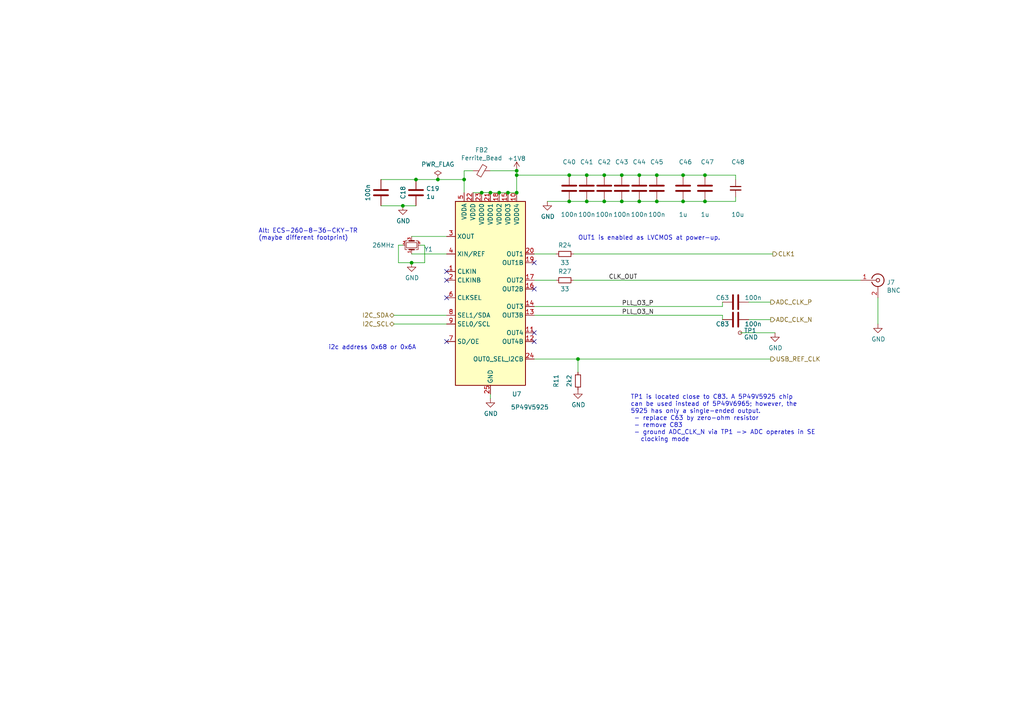
<source format=kicad_sch>
(kicad_sch (version 20230121) (generator eeschema)
  (paper "A4")
  (lib_symbols
    (symbol "Connector:Conn_Coaxial" (pin_names (offset 1.016) hide)
      (property "Reference" "J" (at 0.254 3.048 0))
      (property "Value" "Conn_Coaxial" (at 2.921 0 90))
      (symbol "Conn_Coaxial_0_1"
        (arc (start -1.778 -0.508) (mid 0.2311 -1.8066) (end 1.778 0) (stroke (width 0.254)))
        (polyline (pts (xy -2.54 0) (xy -0.508 0)))
        (polyline (pts (xy 0 -2.54) (xy 0 -1.778)))
        (circle (center 0 0) (radius 0.508) (stroke (width 0.2032)))
        (arc (start 1.778 0) (mid 0.2099 1.8101) (end -1.778 0.508) (stroke (width 0.254)))
      )
      (symbol "Conn_Coaxial_1_1"
        (pin passive line (at -5.08 0 0) (length 2.54) (name "In") (number "1"))
        (pin passive line (at 0 -5.08 90) (length 2.54) (name "Ext") (number "2"))
      )
    )
    (symbol "Connector:TestPoint_Small" (pin_numbers hide) (pin_names (offset 0.762) hide)
      (property "Reference" "TP" (at 0 3.81 0))
      (property "Value" "TestPoint_Small" (at 0 2.032 0))
      (symbol "TestPoint_Small_0_1"
        (circle (center 0 0) (radius 0.508))
      )
      (symbol "TestPoint_Small_1_1"
        (pin passive line (at 0 0 90) (length 0) (name "1") (number "1"))
      )
    )
    (symbol "Device:C_Small" (pin_numbers hide) (pin_names (offset 0.254) hide)
      (property "Reference" "C" (at 0.254 1.778 0))
      (property "Value" "C_Small" (at 0.254 -2.032 0))
      (symbol "C_Small_0_1"
        (polyline (pts (xy -1.524 -0.508) (xy 1.524 -0.508)) (stroke (width 0.3302)))
        (polyline (pts (xy -1.524 0.508) (xy 1.524 0.508)) (stroke (width 0.3048)))
      )
      (symbol "C_Small_1_1"
        (pin passive line (at 0 2.54 270) (length 2.032) (name "~") (number "1"))
        (pin passive line (at 0 -2.54 90) (length 2.032) (name "~") (number "2"))
      )
    )
    (symbol "Device:Crystal_GND24_Small" (pin_names (offset 1.016) hide)
      (property "Reference" "Y" (at 1.27 4.445 0))
      (property "Value" "Crystal_GND24_Small" (at 1.27 2.54 0))
      (symbol "Crystal_GND24_Small_0_1"
        (rectangle (start -0.762 -1.524) (end 0.762 1.524))
        (polyline (pts (xy -1.27 -0.762) (xy -1.27 0.762)) (stroke (width 0.381)))
        (polyline (pts (xy 1.27 -0.762) (xy 1.27 0.762)) (stroke (width 0.381)))
        (polyline (pts (xy -1.27 -1.27) (xy -1.27 -1.905) (xy 1.27 -1.905) (xy 1.27 -1.27)))
        (polyline (pts (xy -1.27 1.27) (xy -1.27 1.905) (xy 1.27 1.905) (xy 1.27 1.27)))
      )
      (symbol "Crystal_GND24_Small_1_1"
        (pin passive line (at -2.54 0 0) (length 1.27) (name "1") (number "1"))
        (pin passive line (at 0 -2.54 90) (length 0.635) (name "2") (number "2"))
        (pin passive line (at 2.54 0 180) (length 1.27) (name "3") (number "3"))
        (pin passive line (at 0 2.54 270) (length 0.635) (name "4") (number "4"))
      )
    )
    (symbol "Device:FerriteBead_Small" (pin_numbers hide) (pin_names (offset 0))
      (property "Reference" "FB" (at 1.905 1.27 0))
      (property "Value" "FerriteBead_Small" (at 1.905 -1.27 0))
      (symbol "FerriteBead_Small_0_1"
        (polyline (pts (xy 0 -1.27) (xy 0 -0.7874)))
        (polyline (pts (xy 0 0.889) (xy 0 1.2954)))
        (polyline (pts (xy -1.8288 0.2794) (xy -1.1176 1.4986) (xy 1.8288 -0.2032) (xy 1.1176 -1.4224) (xy -1.8288 0.2794)))
      )
      (symbol "FerriteBead_Small_1_1"
        (pin passive line (at 0 2.54 270) (length 1.27) (name "~") (number "1"))
        (pin passive line (at 0 -2.54 90) (length 1.27) (name "~") (number "2"))
      )
    )
    (symbol "Device:R_Small" (pin_numbers hide) (pin_names (offset 0.254) hide)
      (property "Reference" "R" (at 0.762 0.508 0))
      (property "Value" "R_Small" (at 0.762 -1.016 0))
      (symbol "R_Small_0_1"
        (rectangle (start -0.762 1.778) (end 0.762 -1.778) (stroke (width 0.2032)))
      )
      (symbol "R_Small_1_1"
        (pin passive line (at 0 2.54 270) (length 0.762) (name "~") (number "1"))
        (pin passive line (at 0 -2.54 90) (length 0.762) (name "~") (number "2"))
      )
    )
    (symbol "Oscillator:5P49V6965"
      (property "Reference" "U" (at -11.43 29.21 0))
      (property "Value" "5P49V6965" (at 13.97 29.21 0))
      (symbol "5P49V6965_0_1"
        (rectangle (start -10.16 27.94) (end 10.16 -25.4) (stroke (width 0.254)) (fill (type background)))
      )
      (symbol "5P49V6965_1_1"
        (pin input line (at -12.7 7.62 0) (length 2.54) (name "CLKIN") (number "1"))
        (pin power_in line (at 7.62 30.48 270) (length 2.54) (name "VDDO4") (number "10"))
        (pin output line (at 12.7 -10.16 180) (length 2.54) (name "OUT4") (number "11"))
        (pin output line (at 12.7 -12.7 180) (length 2.54) (name "OUT4B") (number "12"))
        (pin output line (at 12.7 -5.08 180) (length 2.54) (name "OUT3B") (number "13"))
        (pin output line (at 12.7 -2.54 180) (length 2.54) (name "OUT3") (number "14"))
        (pin power_in line (at 5.08 30.48 270) (length 2.54) (name "VDDO3") (number "15"))
        (pin output line (at 12.7 2.54 180) (length 2.54) (name "OUT2B") (number "16"))
        (pin output line (at 12.7 5.08 180) (length 2.54) (name "OUT2") (number "17"))
        (pin power_in line (at 2.54 30.48 270) (length 2.54) (name "VDDO2") (number "18"))
        (pin output line (at 12.7 10.16 180) (length 2.54) (name "OUT1B") (number "19"))
        (pin input line (at -12.7 5.08 0) (length 2.54) (name "CLKINB") (number "2"))
        (pin output line (at 12.7 12.7 180) (length 2.54) (name "OUT1") (number "20"))
        (pin power_in line (at 0 30.48 270) (length 2.54) (name "VDDO1") (number "21"))
        (pin power_in line (at -5.08 30.48 270) (length 2.54) (name "VDDD") (number "22"))
        (pin power_in line (at -2.54 30.48 270) (length 2.54) (name "VDDO0") (number "23"))
        (pin bidirectional line (at 12.7 -17.78 180) (length 2.54) (name "OUT0_SEL_I2CB") (number "24"))
        (pin power_in line (at 0 -27.94 90) (length 2.54) (name "GND") (number "25"))
        (pin output line (at -12.7 17.78 0) (length 2.54) (name "XOUT") (number "3"))
        (pin input line (at -12.7 12.7 0) (length 2.54) (name "XIN/REF") (number "4"))
        (pin power_in line (at -7.62 30.48 270) (length 2.54) (name "VDDA") (number "5"))
        (pin input line (at -12.7 0 0) (length 2.54) (name "CLKSEL") (number "6"))
        (pin input line (at -12.7 -12.7 0) (length 2.54) (name "SD/OE") (number "7"))
        (pin bidirectional line (at -12.7 -5.08 0) (length 2.54) (name "SEL1/SDA") (number "8"))
        (pin input line (at -12.7 -7.62 0) (length 2.54) (name "SEL0/SCL") (number "9"))
      )
    )
    (symbol "fmc:100nF_603" (pin_numbers hide) (pin_names (offset 0.254))
      (property "Reference" "C" (at 0.635 2.54 0))
      (property "Value" "100nF_603" (at 0.635 -2.54 0))
      (symbol "100nF_603_0_1"
        (polyline (pts (xy -2.032 -0.762) (xy 2.032 -0.762)) (stroke (width 0.508)))
        (polyline (pts (xy -2.032 0.762) (xy 2.032 0.762)) (stroke (width 0.508)))
      )
      (symbol "100nF_603_1_1"
        (pin passive line (at 0 3.81 270) (length 2.794) (name "~") (number "1"))
        (pin passive line (at 0 -3.81 90) (length 2.794) (name "~") (number "2"))
      )
    )
    (symbol "fmc:1uF_805" (pin_numbers hide) (pin_names (offset 0.254))
      (property "Reference" "C" (at 0.635 2.54 0))
      (property "Value" "1uF_805" (at 0.635 -2.54 0))
      (symbol "1uF_805_0_1"
        (polyline (pts (xy -2.032 -0.762) (xy 2.032 -0.762)) (stroke (width 0.508)))
        (polyline (pts (xy -2.032 0.762) (xy 2.032 0.762)) (stroke (width 0.508)))
      )
      (symbol "1uF_805_1_1"
        (pin passive line (at 0 3.81 270) (length 2.794) (name "~") (number "1"))
        (pin passive line (at 0 -3.81 90) (length 2.794) (name "~") (number "2"))
      )
    )
    (symbol "power:+1V8" (power) (pin_names (offset 0))
      (property "Value" "+1V8" (at 0 3.556 0))
      (symbol "+1V8_0_1"
        (polyline (pts (xy -0.762 1.27) (xy 0 2.54)))
        (polyline (pts (xy 0 0) (xy 0 2.54)))
        (polyline (pts (xy 0 2.54) (xy 0.762 1.27)))
      )
      (symbol "+1V8_1_1"
        (pin power_in line (at 0 0 90) (length 0) hide (name "+1V8") (number "1"))
      )
    )
    (symbol "power:GND" (power) (pin_names (offset 0))
      (property "Value" "GND" (at 0 -3.81 0))
      (symbol "GND_0_1"
        (polyline (pts (xy 0 0) (xy 0 -1.27) (xy 1.27 -1.27) (xy 0 -2.54) (xy -1.27 -1.27) (xy 0 -1.27)))
      )
      (symbol "GND_1_1"
        (pin power_in line (at 0 0 270) (length 0) hide (name "GND") (number "1"))
      )
    )
    (symbol "power:PWR_FLAG" (power) (pin_numbers hide) (pin_names (offset 0) hide)
      (property "Value" "PWR_FLAG" (at 0 3.81 0))
      (symbol "PWR_FLAG_0_0"
        (pin power_out line (at 0 0 90) (length 0) (name "pwr") (number "1"))
      )
      (symbol "PWR_FLAG_0_1"
        (polyline (pts (xy 0 0) (xy 0 1.27) (xy -1.016 1.905) (xy 0 2.54) (xy 1.016 1.905) (xy 0 1.27)))
      )
    )
  )
  (junction (at 190.5 50.8))
  (junction (at 127 52.07))
  (junction (at 139.7 55.88))
  (junction (at 198.12 58.42))
  (junction (at 170.18 58.42))
  (junction (at 149.86 50.8))
  (junction (at 175.26 58.42))
  (junction (at 149.86 49.53))
  (junction (at 142.24 55.88))
  (junction (at 167.64 104.14))
  (junction (at 204.47 50.8))
  (junction (at 134.62 52.07))
  (junction (at 180.34 58.42))
  (junction (at 170.18 50.8))
  (junction (at 165.1 58.42))
  (junction (at 116.84 59.69))
  (junction (at 185.42 58.42))
  (junction (at 149.86 55.88))
  (junction (at 180.34 50.8))
  (junction (at 165.1 50.8))
  (junction (at 120.65 52.07))
  (junction (at 204.47 58.42))
  (junction (at 119.38 76.2))
  (junction (at 175.26 50.8))
  (junction (at 185.42 50.8))
  (junction (at 144.78 55.88))
  (junction (at 190.5 58.42))
  (junction (at 147.32 55.88))
  (junction (at 198.12 50.8))
  (no_connect (at 129.54 99.06))
  (no_connect (at 129.54 86.36))
  (no_connect (at 154.94 96.52))
  (no_connect (at 154.94 83.82))
  (no_connect (at 129.54 81.28))
  (no_connect (at 129.54 78.74))
  (no_connect (at 154.94 76.2))
  (no_connect (at 154.94 99.06))
  (wire (pts (xy 209.55 91.44) (xy 209.55 92.71)))
  (wire (pts (xy 170.18 58.42) (xy 175.26 58.42)))
  (wire (pts (xy 170.18 50.8) (xy 165.1 50.8)))
  (wire (pts (xy 175.26 58.42) (xy 180.34 58.42)))
  (wire (pts (xy 154.94 73.66) (xy 161.29 73.66)))
  (wire (pts (xy 154.94 104.14) (xy 167.64 104.14)))
  (wire (pts (xy 149.86 50.8) (xy 149.86 49.53)))
  (wire (pts (xy 198.12 50.8) (xy 190.5 50.8)))
  (wire (pts (xy 149.86 55.88) (xy 149.86 50.8)))
  (wire (pts (xy 167.64 104.14) (xy 223.52 104.14)))
  (wire (pts (xy 213.36 50.8) (xy 213.36 52.07)))
  (wire (pts (xy 165.1 50.8) (xy 149.86 50.8)))
  (wire (pts (xy 166.37 73.66) (xy 224.155 73.66)))
  (wire (pts (xy 190.5 58.42) (xy 198.12 58.42)))
  (wire (pts (xy 134.62 52.07) (xy 134.62 55.88)))
  (wire (pts (xy 123.19 71.12) (xy 123.19 76.2)))
  (wire (pts (xy 119.38 76.2) (xy 115.57 76.2)))
  (wire (pts (xy 254.635 86.36) (xy 254.635 93.98)))
  (wire (pts (xy 147.32 55.88) (xy 149.86 55.88)))
  (wire (pts (xy 115.57 71.12) (xy 116.84 71.12)))
  (wire (pts (xy 123.19 76.2) (xy 119.38 76.2)))
  (wire (pts (xy 185.42 58.42) (xy 190.5 58.42)))
  (wire (pts (xy 175.26 50.8) (xy 170.18 50.8)))
  (wire (pts (xy 119.38 68.58) (xy 129.54 68.58)))
  (wire (pts (xy 214.63 96.52) (xy 224.79 96.52)))
  (wire (pts (xy 154.94 88.9) (xy 209.55 88.9)))
  (wire (pts (xy 154.94 81.28) (xy 161.29 81.28)))
  (wire (pts (xy 116.84 59.69) (xy 110.49 59.69)))
  (wire (pts (xy 142.24 114.3) (xy 142.24 115.57)))
  (wire (pts (xy 120.65 59.69) (xy 116.84 59.69)))
  (wire (pts (xy 204.47 50.8) (xy 213.36 50.8)))
  (wire (pts (xy 144.78 55.88) (xy 147.32 55.88)))
  (wire (pts (xy 167.64 104.14) (xy 167.64 107.95)))
  (wire (pts (xy 198.12 58.42) (xy 204.47 58.42)))
  (wire (pts (xy 185.42 50.8) (xy 180.34 50.8)))
  (wire (pts (xy 217.17 87.63) (xy 223.52 87.63)))
  (wire (pts (xy 190.5 50.8) (xy 185.42 50.8)))
  (wire (pts (xy 154.94 91.44) (xy 209.55 91.44)))
  (wire (pts (xy 114.3 91.44) (xy 129.54 91.44)))
  (wire (pts (xy 142.24 55.88) (xy 144.78 55.88)))
  (wire (pts (xy 115.57 76.2) (xy 115.57 71.12)))
  (wire (pts (xy 204.47 58.42) (xy 213.36 58.42)))
  (wire (pts (xy 213.36 58.42) (xy 213.36 57.15)))
  (wire (pts (xy 165.1 58.42) (xy 158.75 58.42)))
  (wire (pts (xy 139.7 55.88) (xy 142.24 55.88)))
  (wire (pts (xy 127 52.07) (xy 134.62 52.07)))
  (wire (pts (xy 110.49 52.07) (xy 120.65 52.07)))
  (wire (pts (xy 119.38 73.66) (xy 129.54 73.66)))
  (wire (pts (xy 165.1 58.42) (xy 170.18 58.42)))
  (wire (pts (xy 137.16 55.88) (xy 139.7 55.88)))
  (wire (pts (xy 142.24 49.53) (xy 149.86 49.53)))
  (wire (pts (xy 180.34 50.8) (xy 175.26 50.8)))
  (wire (pts (xy 217.17 92.71) (xy 223.52 92.71)))
  (wire (pts (xy 209.55 87.63) (xy 209.55 88.9)))
  (wire (pts (xy 134.62 49.53) (xy 137.16 49.53)))
  (wire (pts (xy 120.65 52.07) (xy 127 52.07)))
  (wire (pts (xy 204.47 50.8) (xy 198.12 50.8)))
  (wire (pts (xy 121.92 71.12) (xy 123.19 71.12)))
  (wire (pts (xy 166.37 81.28) (xy 249.555 81.28)))
  (wire (pts (xy 134.62 52.07) (xy 134.62 49.53)))
  (wire (pts (xy 114.3 93.98) (xy 129.54 93.98)))
  (wire (pts (xy 180.34 58.42) (xy 185.42 58.42)))
  (text "Alt: ECS-260-8-36-CKY-TR\n(maybe different footprint)" (at 74.93 69.85 0) (effects (font (size 1.27 1.27)) (justify left bottom)))
  (text "TP1 is located close to C83. A 5P49V5925 chip\ncan be used instead of 5P49V6965; however, the\n5925 has only a single-ended output.\n - replace C63 by zero-ohm resistor\n - remove C83\n - ground ADC_CLK_N via TP1 -> ADC operates in SE\n   clocking mode" (at 182.88 128.27 0) (effects (font (size 1.27 1.27)) (justify left bottom)))
  (text "i2c address 0x68 or 0x6A" (at 95.25 101.6 0) (effects (font (size 1.27 1.27)) (justify left bottom)))
  (text "OUT1 is enabled as LVCMOS at power-up." (at 167.64 69.85 0) (effects (font (size 1.27 1.27)) (justify left bottom)))
  (label "PLL_O3_P" (at 180.34 88.9 0))
  (label "PLL_O3_N" (at 180.34 91.44 0))
  (label "CLK_OUT" (at 176.53 81.28 0))
  (hierarchical_label "CLK1" (shape output) (at 224.155 73.66 0))
  (hierarchical_label "I2C_SDA" (shape bidirectional) (at 114.3 91.44 180))
  (hierarchical_label "ADC_CLK_N" (shape output) (at 223.52 92.71 0))
  (hierarchical_label "I2C_SCL" (shape bidirectional) (at 114.3 93.98 180))
  (hierarchical_label "ADC_CLK_P" (shape output) (at 223.52 87.63 0))
  (hierarchical_label "USB_REF_CLK" (shape output) (at 223.52 104.14 0))
  (symbol (lib_id "power:GND") (at 254.635 93.98 0) (unit 1)
    (property "Reference" "#PWR?" (effects hide))
    (property "Value" "GND" (at 254.762 98.3742 0))
    (instances (project "usbadc" (path "" (reference "#PWR?") (unit 1)) (path "" (reference "#PWR0118") (unit 1))))
  )
  (symbol (lib_id "power:+1V8") (at 149.86 49.53 0) (unit 1)
    (property "Reference" "#PWR?" (effects hide))
    (property "Value" "+1V8" (at 149.86 45.974 0))
    (instances (project "usbadc" (path "" (reference "#PWR?") (unit 1)) (path "" (reference "#PWR0115") (unit 1))))
  )
  (symbol (lib_id "power:GND") (at 142.24 115.57 0) (unit 1)
    (property "Reference" "#PWR?" (effects hide))
    (property "Value" "GND" (at 142.367 119.9642 0))
    (instances (project "usbadc" (path "" (reference "#PWR?") (unit 1)) (path "" (reference "#PWR0116") (unit 1))))
  )
  (symbol (lib_id "Device:Crystal_GND24_Small") (at 119.38 71.12 270) (mirror x) (unit 1)
    (property "Reference" "Y1" (at 123.0376 72.2884 90) (effects (justify left)))
    (property "Value" "26MHz" (at 107.95 71.12 90) (effects (justify left)))
    (property "Footprint" "Crystal:Crystal_SMD_Abracon_ABM10-4Pin_2.5x2.0mm" (effects hide))
    (property "Part" "ABM10W-26.0000MHZ-8-B1U-T3" (effects hide))
    (property "Manufacturer" "Abracon" (effects hide))
  )
  (symbol (lib_id "power:GND") (at 119.38 76.2 0) (unit 1)
    (property "Reference" "#PWR?" (effects hide))
    (property "Value" "GND" (at 119.507 80.5942 0))
    (instances (project "usbadc" (path "" (reference "#PWR?") (unit 1)) (path "" (reference "#PWR0120") (unit 1))))
  )
  (symbol (lib_id "fmc:100nF_603") (at 165.1 54.61 180) (unit 1)
    (property "Reference" "C40" (at 165.1 46.99 0))
    (property "Value" "100n" (at 165.1 62.23 0))
    (property "Footprint" "Capacitor_SMD:C_0603_1608Metric" (effects hide))
    (instances (project "usbadc" (path "" (reference "C40") (unit 1)) (path "" (reference "C?") (unit 1))))
  )
  (symbol (lib_id "fmc:100nF_603") (at 170.18 54.61 180) (unit 1)
    (property "Reference" "C41" (at 170.18 46.99 0))
    (property "Value" "100n" (at 170.18 62.23 0))
    (property "Footprint" "Capacitor_SMD:C_0603_1608Metric" (effects hide))
    (instances (project "usbadc" (path "" (reference "C41") (unit 1)) (path "" (reference "C?") (unit 1))))
  )
  (symbol (lib_id "fmc:100nF_603") (at 175.26 54.61 180) (unit 1)
    (property "Reference" "C42" (at 175.26 46.99 0))
    (property "Value" "100n" (at 175.26 62.23 0))
    (property "Footprint" "Capacitor_SMD:C_0603_1608Metric" (effects hide))
    (instances (project "usbadc" (path "" (reference "C42") (unit 1)) (path "" (reference "C?") (unit 1))))
  )
  (symbol (lib_id "fmc:100nF_603") (at 180.34 54.61 180) (unit 1)
    (property "Reference" "C43" (at 180.34 46.99 0))
    (property "Value" "100n" (at 180.34 62.23 0))
    (property "Footprint" "Capacitor_SMD:C_0603_1608Metric" (effects hide))
    (instances (project "usbadc" (path "" (reference "C43") (unit 1)) (path "" (reference "C?") (unit 1))))
  )
  (symbol (lib_id "fmc:100nF_603") (at 185.42 54.61 180) (unit 1)
    (property "Reference" "C44" (at 185.42 46.99 0))
    (property "Value" "100n" (at 185.42 62.23 0))
    (property "Footprint" "Capacitor_SMD:C_0603_1608Metric" (effects hide))
    (instances (project "usbadc" (path "" (reference "C44") (unit 1)) (path "" (reference "C?") (unit 1))))
  )
  (symbol (lib_id "fmc:100nF_603") (at 190.5 54.61 180) (unit 1)
    (property "Reference" "C45" (at 190.5 46.99 0))
    (property "Value" "100n" (at 190.5 62.23 0))
    (property "Footprint" "Capacitor_SMD:C_0603_1608Metric" (effects hide))
    (instances (project "usbadc" (path "" (reference "C45") (unit 1)) (path "" (reference "C?") (unit 1))))
  )
  (symbol (lib_id "fmc:1uF_805") (at 198.12 54.61 0) (unit 1)
    (property "Reference" "C46" (at 196.85 46.99 0) (effects (justify left)))
    (property "Value" "1u" (at 196.85 62.23 0) (effects (justify left)))
    (property "Footprint" "Capacitor_SMD:C_0805_2012Metric" (effects hide))
  )
  (symbol (lib_id "fmc:1uF_805") (at 204.47 54.61 0) (unit 1)
    (property "Reference" "C47" (at 203.2 46.99 0) (effects (justify left)))
    (property "Value" "1u" (at 203.2 62.23 0) (effects (justify left)))
    (property "Footprint" "Capacitor_SMD:C_0805_2012Metric" (effects hide))
  )
  (symbol (lib_id "power:GND") (at 158.75 58.42 0) (unit 1)
    (property "Reference" "#PWR?" (effects hide))
    (property "Value" "GND" (at 158.877 62.8142 0))
    (instances (project "usbadc" (path "" (reference "#PWR?") (unit 1)) (path "" (reference "#PWR0117") (unit 1))))
  )
  (symbol (lib_id "Device:C_Small") (at 213.36 54.61 0) (unit 1)
    (property "Reference" "C48" (at 212.09 46.99 0) (effects (justify left)))
    (property "Value" "10u" (at 212.09 62.23 0) (effects (justify left)))
    (property "Footprint" "Capacitor_SMD:C_1206_3216Metric" (effects hide))
    (instances (project "usbadc" (path "" (reference "C48") (unit 1)) (path "" (reference "C?") (unit 1))))
  )
  (symbol (lib_id "Device:R_Small") (at 163.83 81.28 270) (unit 1)
    (property "Reference" "R27" (at 163.83 78.74 90))
    (property "Value" "33" (at 163.83 83.82 90))
    (property "Footprint" "Resistor_SMD:R_0603_1608Metric" (effects hide))
  )
  (symbol (lib_id "Oscillator:5P49V6965") (at 142.24 86.36 0) (unit 1)
    (property "Reference" "U7" (at 149.86 114.3 0))
    (property "Value" "5P49V5925" (at 153.67 118.11 0))
    (property "Footprint" "Package_DFN_QFN:QFN-24-1EP_4x4mm_P0.5mm_EP2.8x2.8mm" (effects hide))
    (property "Datasheet" "https://www.idt.com/document/dst/5p49v6965-datasheet" (effects hide))
    (property "Part" "5P49V5925" (effects hide))
    (property "Manufacturer" "Renesas" (effects hide))
  )
  (symbol (lib_id "Connector:Conn_Coaxial") (at 254.635 81.28 0) (unit 1)
    (property "Reference" "J7" (at 257.175 81.915 0) (effects (justify left)))
    (property "Value" "BNC" (at 257.175 84.2264 0) (effects (justify left)))
    (property "Footprint" "proj_footprints:BNC_Molex_0731713150" (effects hide))
    (property "Datasheet" " ~" (effects hide))
    (property "Part" "0731713150" (effects hide))
    (property "Manufacturer" "Molex" (effects hide))
  )
  (symbol (lib_id "fmc:100nF_603") (at 110.49 55.88 180) (unit 1)
    (property "Reference" "C18" (at 116.8908 55.88 90))
    (property "Value" "100n" (at 106.68 55.88 90))
    (property "Footprint" "Capacitor_SMD:C_0603_1608Metric" (effects hide))
    (instances (project "usbadc" (path "" (reference "C18") (unit 1)) (path "" (reference "C?") (unit 1))))
  )
  (symbol (lib_id "fmc:1uF_805") (at 120.65 55.88 0) (unit 1)
    (property "Reference" "C19" (at 123.571 54.7116 0) (effects (justify left)))
    (property "Value" "1u" (at 123.571 57.023 0) (effects (justify left)))
    (property "Footprint" "Capacitor_SMD:C_0805_2012Metric" (effects hide))
  )
  (symbol (lib_id "Device:FerriteBead_Small") (at 139.7 49.53 270) (unit 1)
    (property "Reference" "FB2" (at 139.7 43.5102 90))
    (property "Value" "Ferrite_Bead" (at 139.7 45.8216 90))
    (property "Footprint" "Inductor_SMD:L_0603_1608Metric" (effects hide))
    (property "Part" "MPZ1608S221ATA00" (effects hide))
    (property "Manufacturer" "TDK" (effects hide))
  )
  (symbol (lib_id "power:GND") (at 116.84 59.69 0) (unit 1)
    (property "Reference" "#PWR?" (effects hide))
    (property "Value" "GND" (at 116.967 64.0842 0))
    (instances (project "usbadc" (path "" (reference "#PWR?") (unit 1)) (path "" (reference "#PWR0119") (unit 1))))
  )
  (symbol (lib_id "power:PWR_FLAG") (at 127 52.07 0) (unit 1)
    (property "Reference" "#FLG0101" (effects hide))
    (property "Value" "PWR_FLAG" (at 127 47.6758 0))
  )
  (symbol (lib_id "Device:R_Small") (at 163.83 73.66 270) (unit 1)
    (property "Reference" "R24" (at 163.83 71.12 90))
    (property "Value" "33" (at 163.83 76.2 90))
    (property "Footprint" "Resistor_SMD:R_0603_1608Metric" (effects hide))
  )
  (symbol (lib_id "fmc:100nF_603") (at 213.36 87.63 270) (unit 1)
    (property "Reference" "C63" (at 209.55 86.36 90))
    (property "Value" "100n" (at 218.44 86.36 90))
    (property "Footprint" "Capacitor_SMD:C_0603_1608Metric" (effects hide))
    (instances (project "usbadc" (path "" (reference "C63") (unit 1)) (path "" (reference "C?") (unit 1))))
  )
  (symbol (lib_id "power:GND") (at 167.64 113.03 0) (unit 1)
    (property "Reference" "#PWR?" (effects hide))
    (property "Value" "GND" (at 167.767 117.4242 0))
    (instances (project "usbadc" (path "" (reference "#PWR?") (unit 1)) (path "" (reference "#PWR041") (unit 1))))
  )
  (symbol (lib_id "fmc:100nF_603") (at 213.36 92.71 270) (mirror x) (unit 1)
    (property "Reference" "C83" (at 209.55 93.98 90))
    (property "Value" "100n" (at 218.44 93.98 90))
    (property "Footprint" "Capacitor_SMD:C_0603_1608Metric" (effects hide))
    (instances (project "usbadc" (path "" (reference "C83") (unit 1)) (path "" (reference "C?") (unit 1))))
  )
  (symbol (lib_id "power:GND") (at 224.79 96.52 0) (unit 1)
    (property "Reference" "#PWR?" (effects hide))
    (property "Value" "GND" (at 224.917 100.9142 0))
    (instances (project "usbadc" (path "" (reference "#PWR?") (unit 1)) (path "" (reference "#PWR045") (unit 1))))
  )
  (symbol (lib_id "Connector:TestPoint_Small") (at 214.63 96.52 0) (unit 1)
    (property "Reference" "TP1" (at 215.773 95.8763 0) (effects (justify left)))
    (property "Value" "GND" (at 215.773 97.7973 0) (effects (justify left)))
    (property "Footprint" "usbadc_local:single_pad" (effects hide))
  )
  (symbol (lib_id "Device:R_Small") (at 167.64 110.49 180) (unit 1)
    (property "Reference" "R11" (at 161.29 110.49 90))
    (property "Value" "2k2" (at 165.1 110.49 90))
    (property "Footprint" "Resistor_SMD:R_0603_1608Metric" (effects hide))
  )
)
</source>
